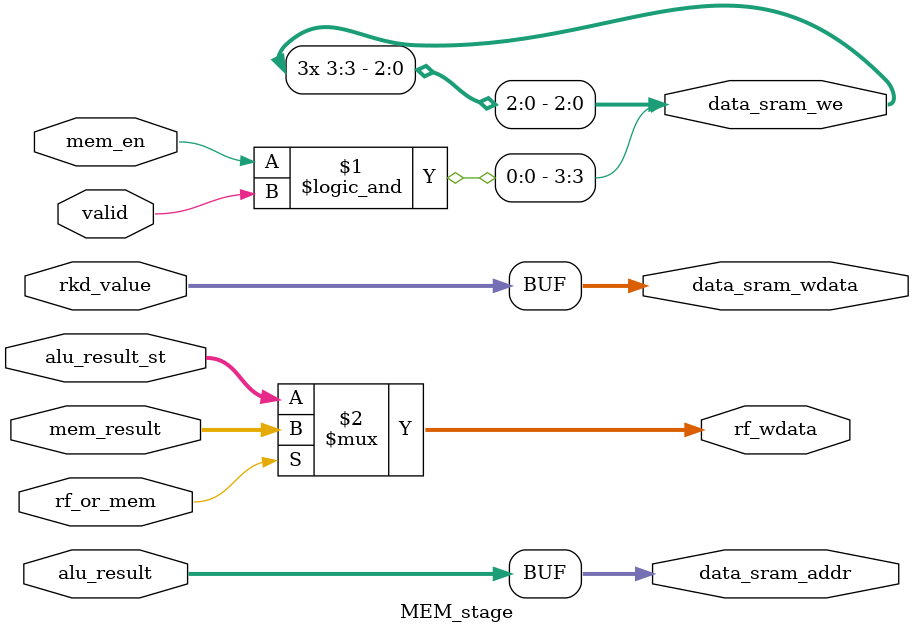
<source format=v>
module MEM_stage(
    input [31:0] mem_result, alu_result, rkd_value, alu_result_st,
    input rf_or_mem,mem_en, valid, 
    
    output [31:0] rf_wdata, data_sram_addr, data_sram_wdata,
    output [3:0] data_sram_we
);

// assign data_sram_we    = {4{mem_en_EXE && valid}};
// assign data_sram_addr  = alu_result;//这里会取旧值，所以应该前递
// assign data_sram_wdata = rkd_value_EXE;//理由同上
assign data_sram_we    = {4{mem_en && valid}};
assign data_sram_addr  = alu_result;
assign data_sram_wdata = rkd_value;

assign rf_wdata = rf_or_mem ? mem_result : alu_result_st;
endmodule

</source>
